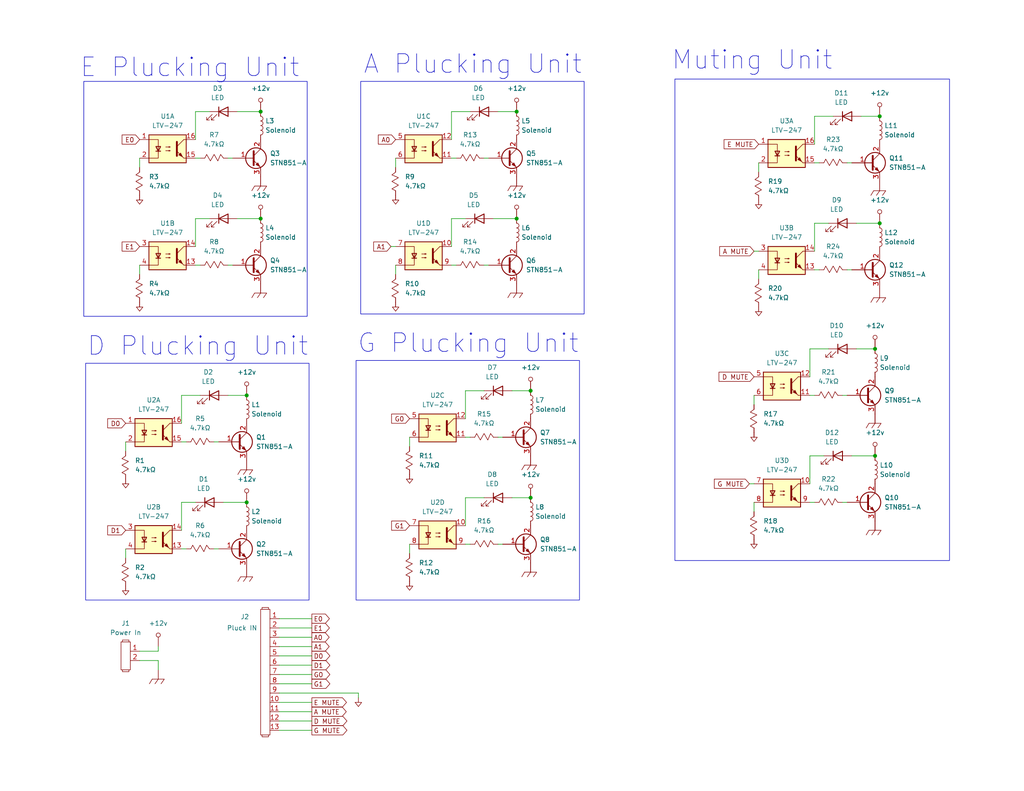
<source format=kicad_sch>
(kicad_sch (version 20250114) (generator "eeschema") (generator_version "9.0")
  (paper "A")
  (title_block (title "Smaller Breakout") (date "2025-03-11") (rev "A"))
  (lib_symbols
    (symbol "Custom Power:+12v" (power) (pin_numbers (hide yes)) (pin_names (hide yes)) (in_bom no) (on_board no)
      (property "Value" "+12v" (at 0 3.81 0))
      (symbol "+12v_0_1"
        (circle (center 0 1.8796) (radius 0.5611))
      )
      (symbol "+12v_1_1"
        (pin power_in line (at 0 -1.27 90) (length 2.54) (name "+12v") (number "~"))
      )
    )
    (symbol "Custom Power:Chassis_GND" (power) (pin_numbers (hide yes)) (pin_names (hide yes)) (in_bom no) (on_board no)
      (symbol "Chassis_GND_0_1"
        (polyline (pts (xy -1.651 -2.54) (xy -2.413 -3.81)))
        (polyline (pts (xy -1.651 -2.54) (xy 1.651 -2.54) (xy 0.762 -3.81)))
        (polyline (pts (xy 0 -2.54) (xy -0.889 -3.81)))
      )
      (symbol "Chassis_GND_1_1"
        (pin power_in line (at 0 0 270) (length 2.54) (name "Chassis_GND") (number "1"))
      )
    )
    (symbol "Custom Power:GND" (power) (pin_numbers (hide yes)) (pin_names (hide yes)) (in_bom no) (on_board no)
      (symbol "GND_0_1"
        (polyline (pts (xy -0.889 -1.27) (xy 0.889 -1.27) (xy 0 -2.413) (xy -0.889 -1.27)))
      )
      (symbol "GND_1_1"
        (pin power_in line (at 0 0 270) (length 1.27) (name "GND") (number "~"))
      )
    )
    (symbol "Custom Symbols:Resistor_Mod" (pin_numbers (hide yes)) (pin_names (offset 0) (hide yes))
      (property "Reference" "R" (at 0 4.318 0))
      (property "Value" "ValueΩ" (at 0 2.54 0))
      (symbol "Resistor_Mod_0_1"
        (polyline (pts (xy -2.54 0) (xy -2.032 1.016) (xy -1.016 -0.762) (xy 0 1.016) (xy 1.016 -0.762) (xy 1.778 1.016) (xy 2.54 0)))
      )
      (symbol "Resistor_Mod_1_1"
        (pin passive line (at -3.81 0 0) (length 1.27) (name "1") (number "1"))
        (pin passive line (at 3.81 0 180) (length 1.27) (name "2") (number "2"))
      )
    )
    (symbol "Device:L" (pin_numbers (hide yes)) (pin_names (offset 1.016) (hide yes))
      (property "Reference" "L" (at -1.27 0 90))
      (property "Value" "L" (at 1.905 0 90))
      (symbol "L_0_1"
        (arc (start 0 2.54) (mid 0.6323 1.905) (end 0 1.27))
        (arc (start 0 1.27) (mid 0.6323 0.635) (end 0 0))
        (arc (start 0 0) (mid 0.6323 -0.635) (end 0 -1.27))
        (arc (start 0 -1.27) (mid 0.6323 -1.905) (end 0 -2.54))
      )
      (symbol "L_1_1"
        (pin passive line (at 0 3.81 270) (length 1.27) (name "1") (number "1"))
        (pin passive line (at 0 -3.81 90) (length 1.27) (name "2") (number "2"))
      )
    )
    (symbol "Device:LED" (pin_numbers (hide yes)) (pin_names (offset 1.016) (hide yes))
      (property "Reference" "D" (at 0 2.54 0))
      (property "Value" "LED" (at 0 -2.54 0))
      (symbol "LED_0_1"
        (polyline (pts (xy -3.048 -0.762) (xy -4.572 -2.286) (xy -3.81 -2.286) (xy -4.572 -2.286) (xy -4.572 -1.524)))
        (polyline (pts (xy -1.778 -0.762) (xy -3.302 -2.286) (xy -2.54 -2.286) (xy -3.302 -2.286) (xy -3.302 -1.524)))
        (polyline (pts (xy -1.27 0) (xy 1.27 0)))
        (polyline (pts (xy -1.27 -1.27) (xy -1.27 1.27)) (stroke (width 0.254)))
        (polyline (pts (xy 1.27 -1.27) (xy 1.27 1.27) (xy -1.27 0) (xy 1.27 -1.27)) (stroke (width 0.254)))
      )
      (symbol "LED_1_1"
        (pin passive line (at -3.81 0 0) (length 2.54) (name "K") (number "1"))
        (pin passive line (at 3.81 0 180) (length 2.54) (name "A") (number "2"))
      )
    )
    (symbol "Device:Q_NPN_BCE" (pin_names (offset 0) (hide yes))
      (property "Reference" "Q" (at 5.08 1.27 0))
      (property "Value" "Q_NPN_BCE" (at 5.08 -1.27 0))
      (symbol "Q_NPN_BCE_0_1"
        (polyline (pts (xy 0.635 1.905) (xy 0.635 -1.905) (xy 0.635 -1.905)) (stroke (width 0.508)))
        (polyline (pts (xy 0.635 0.635) (xy 2.54 2.54)))
        (polyline (pts (xy 0.635 -0.635) (xy 2.54 -2.54) (xy 2.54 -2.54)))
        (circle (center 1.27 0) (radius 2.8194) (stroke (width 0.254)))
        (polyline (pts (xy 1.27 -1.778) (xy 1.778 -1.27) (xy 2.286 -2.286) (xy 1.27 -1.778) (xy 1.27 -1.778)) (fill (type outline)))
      )
      (symbol "Q_NPN_BCE_1_1"
        (pin input line (at -5.08 0 0) (length 5.715) (name "B") (number "1"))
        (pin passive line (at 2.54 5.08 270) (length 2.54) (name "C") (number "2"))
        (pin passive line (at 2.54 -5.08 90) (length 2.54) (name "E") (number "3"))
      )
    )
    (symbol "Isolator:LTV-247"
      (property "Reference" "U" (at -5.08 5.08 0))
      (property "Value" "LTV-247" (at 0 5.08 0))
      (symbol "LTV-247_0_1"
        (rectangle (start -5.08 3.81) (end 5.08 -3.81) (stroke (width 0.254)) (fill (type background)))
        (polyline (pts (xy -5.08 2.54) (xy -2.54 2.54) (xy -2.54 -1.27) (xy -2.54 0.635)))
        (polyline (pts (xy -3.175 -0.635) (xy -1.905 -0.635)) (stroke (width 0.254)))
        (polyline (pts (xy -2.54 -0.635) (xy -2.54 -2.54) (xy -5.08 -2.54)))
        (polyline (pts (xy -2.54 -0.635) (xy -3.175 0.635) (xy -1.905 0.635) (xy -2.54 -0.635)) (stroke (width 0.254)))
        (polyline (pts (xy -0.508 0.508) (xy 0.762 0.508) (xy 0.381 0.381) (xy 0.381 0.635) (xy 0.762 0.508)))
        (polyline (pts (xy -0.508 -0.508) (xy 0.762 -0.508) (xy 0.381 -0.635) (xy 0.381 -0.381) (xy 0.762 -0.508)))
        (polyline (pts (xy 2.54 1.905) (xy 2.54 -1.905) (xy 2.54 -1.905)) (stroke (width 0.508)))
        (polyline (pts (xy 2.54 0.635) (xy 4.445 2.54)))
        (polyline (pts (xy 3.048 -1.651) (xy 3.556 -1.143) (xy 4.064 -2.159) (xy 3.048 -1.651) (xy 3.048 -1.651)) (fill (type outline)))
        (polyline (pts (xy 4.445 2.54) (xy 5.08 2.54)))
        (polyline (pts (xy 4.445 -2.54) (xy 2.54 -0.635)) (fill (type outline)))
        (polyline (pts (xy 4.445 -2.54) (xy 5.08 -2.54)))
      )
      (symbol "LTV-247_1_1"
        (pin passive line (at -7.62 2.54 0) (length 2.54) (name "~") (number "1"))
        (pin passive line (at -7.62 -2.54 0) (length 2.54) (name "~") (number "2"))
        (pin passive line (at 7.62 2.54 180) (length 2.54) (name "~") (number "16"))
        (pin passive line (at 7.62 -2.54 180) (length 2.54) (name "~") (number "15"))
      )
      (symbol "LTV-247_2_1"
        (pin passive line (at -7.62 2.54 0) (length 2.54) (name "~") (number "3"))
        (pin passive line (at -7.62 -2.54 0) (length 2.54) (name "~") (number "4"))
        (pin passive line (at 7.62 2.54 180) (length 2.54) (name "~") (number "14"))
        (pin passive line (at 7.62 -2.54 180) (length 2.54) (name "~") (number "13"))
      )
      (symbol "LTV-247_3_1"
        (pin passive line (at -7.62 2.54 0) (length 2.54) (name "~") (number "5"))
        (pin passive line (at -7.62 -2.54 0) (length 2.54) (name "~") (number "6"))
        (pin passive line (at 7.62 2.54 180) (length 2.54) (name "~") (number "12"))
        (pin passive line (at 7.62 -2.54 180) (length 2.54) (name "~") (number "11"))
      )
      (symbol "LTV-247_4_1"
        (pin passive line (at -7.62 2.54 0) (length 2.54) (name "~") (number "7"))
        (pin passive line (at -7.62 -2.54 0) (length 2.54) (name "~") (number "8"))
        (pin passive line (at 7.62 2.54 180) (length 2.54) (name "~") (number "10"))
        (pin passive line (at 7.62 -2.54 180) (length 2.54) (name "~") (number "9"))
      )
    )
    (symbol "OF symbols:Header_1x2" (pin_names (hide yes))
      (property "Reference" "J" (at -7.62 -1.27 0))
      (property "Value" "?" (at -7.62 -3.81 0))
      (symbol "Header_1x2_0_1"
        (rectangle (start -5.08 2.54) (end -2.54 -5.08))
        (polyline (pts (xy -4.699 2.54) (xy -4.699 3.048) (xy -2.921 3.048) (xy -2.921 2.54)))
        (polyline (pts (xy -4.699 -5.08) (xy -4.699 -5.588) (xy -2.921 -5.588) (xy -2.921 -5.08)))
      )
      (symbol "Header_1x2_1_1"
        (pin passive line (at 0 0 180) (length 2.54) (name "1") (number "1"))
        (pin passive line (at 0 -2.54 180) (length 2.54) (name "2") (number "2"))
      )
    )
    (symbol "Owen's Symbols:Header_1x13" (pin_names (hide yes))
      (property "Reference" "J" (at -8.89 -3.81 0))
      (property "Value" "?" (at -8.89 -6.35 0))
      (symbol "Header_1x13_0_1"
        (rectangle (start -5.08 2.54) (end -2.54 -31.75))
        (polyline (pts (xy -4.699 2.54) (xy -4.699 3.048) (xy -2.921 3.048) (xy -2.921 2.54)))
        (polyline (pts (xy -4.699 -31.75) (xy -4.699 -32.258) (xy -2.921 -32.258) (xy -2.921 -31.75)))
      )
      (symbol "Header_1x13_1_1"
        (pin passive line (at 0 0 180) (length 2.54) (name "1") (number "1"))
        (pin passive line (at 0 -2.54 180) (length 2.54) (name "2") (number "2"))
        (pin passive line (at 0 -5.08 180) (length 2.54) (name "3") (number "3"))
        (pin passive line (at 0 -7.62 180) (length 2.54) (name "4") (number "4"))
        (pin passive line (at 0 -10.16 180) (length 2.54) (name "5") (number "5"))
        (pin passive line (at 0 -12.7 180) (length 2.54) (name "6") (number "6"))
        (pin passive line (at 0 -15.24 180) (length 2.54) (name "7") (number "7"))
        (pin passive line (at 0 -17.78 180) (length 2.54) (name "8") (number "8"))
        (pin passive line (at 0 -20.32 180) (length 2.54) (name "9") (number "9"))
        (pin passive line (at 0 -22.86 180) (length 2.54) (name "10") (number "10"))
        (pin passive line (at 0 -25.4 180) (length 2.54) (name "11") (number "11"))
        (pin passive line (at 0 -27.94 180) (length 2.54) (name "12") (number "12"))
        (pin passive line (at 0 -30.48 180) (length 2.54) (name "13") (number "13"))
      )
    )
  )
  (rectangle (start 23.368 99.187) (end 84.328 163.83))
  (rectangle (start 22.86 22.225) (end 83.82 86.36))
  (rectangle (start 184.15 21.59) (end 259.08 153.035))
  (rectangle (start 98.425 22.225) (end 159.385 85.725))
  (rectangle (start 97.155 98.425) (end 158.115 163.83))
  (text "Muting Unit" (at 205.232 16.51 0) (effects (font (size 5.08 5.08))))
  (text "G Plucking Unit" (at 127.762 93.853 0) (effects (font (size 5.08 5.08))))
  (text "D Plucking Unit" (at 53.975 94.615 0) (effects (font (size 5.08 5.08))))
  (text "E Plucking Unit" (at 51.816 18.542 0) (effects (font (size 5.08 5.08))))
  (text "A Plucking Unit" (at 129.032 17.653 0) (effects (font (size 5.08 5.08))))
  (junction (at 71.12 30.48))
  (junction (at 144.78 135.89))
  (junction (at 240.03 60.96))
  (junction (at 238.76 95.25))
  (junction (at 240.03 31.75))
  (junction (at 71.12 59.69))
  (junction (at 67.31 107.95))
  (junction (at 140.97 59.69))
  (junction (at 238.76 124.46))
  (junction (at 144.78 106.68))
  (junction (at 67.31 137.16))
  (junction (at 140.97 30.48))
  (wire (pts (xy 220.98 124.46) (xy 224.79 124.46)))
  (wire (pts (xy 132.08 135.89) (xy 127 135.89)))
  (wire (pts (xy 134.62 59.69) (xy 140.97 59.69)))
  (wire (pts (xy 62.23 72.39) (xy 63.5 72.39)))
  (wire (pts (xy 49.53 137.16) (xy 53.34 137.16)))
  (wire (pts (xy 53.34 59.69) (xy 53.34 67.31)))
  (wire (pts (xy 234.95 31.75) (xy 240.03 31.75)))
  (wire (pts (xy 207.01 73.66) (xy 207.01 76.2)))
  (wire (pts (xy 107.95 67.31) (xy 106.68 67.31)))
  (wire (pts (xy 57.15 30.48) (xy 53.34 30.48)))
  (wire (pts (xy 231.14 73.66) (xy 232.41 73.66)))
  (wire (pts (xy 76.2 196.85) (xy 85.09 196.85)))
  (wire (pts (xy 229.87 107.95) (xy 231.14 107.95)))
  (wire (pts (xy 205.74 132.08) (xy 204.47 132.08)))
  (wire (pts (xy 123.19 30.48) (xy 128.27 30.48)))
  (wire (pts (xy 38.1 180.34) (xy 43.18 180.34)))
  (wire (pts (xy 135.89 148.59) (xy 137.16 148.59)))
  (wire (pts (xy 123.19 38.1) (xy 123.19 30.48)))
  (wire (pts (xy 111.76 148.59) (xy 111.76 151.13)))
  (wire (pts (xy 64.77 59.69) (xy 71.12 59.69)))
  (wire (pts (xy 132.08 43.18) (xy 133.35 43.18)))
  (wire (pts (xy 222.25 39.37) (xy 222.25 31.75)))
  (wire (pts (xy 139.7 106.68) (xy 144.78 106.68)))
  (wire (pts (xy 220.98 132.08) (xy 220.98 124.46)))
  (wire (pts (xy 97.79 190.5) (xy 97.79 189.23)))
  (wire (pts (xy 220.98 102.87) (xy 220.98 95.25)))
  (wire (pts (xy 223.52 44.45) (xy 222.25 44.45)))
  (wire (pts (xy 38.1 177.8) (xy 43.18 177.8)))
  (wire (pts (xy 124.46 43.18) (xy 123.19 43.18)))
  (wire (pts (xy 62.23 43.18) (xy 63.5 43.18)))
  (wire (pts (xy 76.2 173.99) (xy 85.09 173.99)))
  (wire (pts (xy 207.01 68.58) (xy 205.74 68.58)))
  (wire (pts (xy 49.53 144.78) (xy 49.53 137.16)))
  (wire (pts (xy 132.08 72.39) (xy 133.35 72.39)))
  (wire (pts (xy 124.46 72.39) (xy 123.19 72.39)))
  (wire (pts (xy 76.2 171.45) (xy 85.09 171.45)))
  (wire (pts (xy 57.15 59.69) (xy 53.34 59.69)))
  (wire (pts (xy 205.74 107.95) (xy 205.74 110.49)))
  (wire (pts (xy 205.74 137.16) (xy 205.74 139.7)))
  (wire (pts (xy 76.2 194.31) (xy 85.09 194.31)))
  (wire (pts (xy 223.52 73.66) (xy 222.25 73.66)))
  (wire (pts (xy 222.25 31.75) (xy 227.33 31.75)))
  (wire (pts (xy 76.2 199.39) (xy 85.09 199.39)))
  (wire (pts (xy 222.25 60.96) (xy 226.06 60.96)))
  (wire (pts (xy 220.98 95.25) (xy 226.06 95.25)))
  (wire (pts (xy 127 135.89) (xy 127 143.51)))
  (wire (pts (xy 54.61 43.18) (xy 53.34 43.18)))
  (wire (pts (xy 132.08 106.68) (xy 127 106.68)))
  (wire (pts (xy 43.18 177.8) (xy 43.18 176.53)))
  (wire (pts (xy 233.68 95.25) (xy 238.76 95.25)))
  (wire (pts (xy 127 106.68) (xy 127 114.3)))
  (wire (pts (xy 222.25 68.58) (xy 222.25 60.96)))
  (wire (pts (xy 128.27 148.59) (xy 127 148.59)))
  (wire (pts (xy 38.1 43.18) (xy 38.1 45.72)))
  (wire (pts (xy 135.89 119.38) (xy 137.16 119.38)))
  (wire (pts (xy 107.95 72.39) (xy 107.95 74.93)))
  (wire (pts (xy 76.2 181.61) (xy 85.09 181.61)))
  (wire (pts (xy 107.95 43.18) (xy 107.95 45.72)))
  (wire (pts (xy 34.29 120.65) (xy 34.29 123.19)))
  (wire (pts (xy 222.25 107.95) (xy 220.98 107.95)))
  (wire (pts (xy 76.2 184.15) (xy 85.09 184.15)))
  (wire (pts (xy 231.14 44.45) (xy 232.41 44.45)))
  (wire (pts (xy 139.7 135.89) (xy 144.78 135.89)))
  (wire (pts (xy 60.96 137.16) (xy 67.31 137.16)))
  (wire (pts (xy 76.2 186.69) (xy 85.09 186.69)))
  (wire (pts (xy 54.61 107.95) (xy 49.53 107.95)))
  (wire (pts (xy 53.34 30.48) (xy 53.34 38.1)))
  (wire (pts (xy 123.19 59.69) (xy 127 59.69)))
  (wire (pts (xy 76.2 179.07) (xy 85.09 179.07)))
  (wire (pts (xy 38.1 72.39) (xy 38.1 74.93)))
  (wire (pts (xy 50.8 149.86) (xy 49.53 149.86)))
  (wire (pts (xy 50.8 120.65) (xy 49.53 120.65)))
  (wire (pts (xy 229.87 137.16) (xy 231.14 137.16)))
  (wire (pts (xy 64.77 30.48) (xy 71.12 30.48)))
  (wire (pts (xy 43.18 180.34) (xy 43.18 182.88)))
  (wire (pts (xy 232.41 124.46) (xy 238.76 124.46)))
  (wire (pts (xy 34.29 149.86) (xy 34.29 152.4)))
  (wire (pts (xy 58.42 149.86) (xy 59.69 149.86)))
  (wire (pts (xy 233.68 60.96) (xy 240.03 60.96)))
  (wire (pts (xy 49.53 107.95) (xy 49.53 115.57)))
  (wire (pts (xy 128.27 119.38) (xy 127 119.38)))
  (wire (pts (xy 58.42 120.65) (xy 59.69 120.65)))
  (wire (pts (xy 123.19 67.31) (xy 123.19 59.69)))
  (wire (pts (xy 207.01 44.45) (xy 207.01 46.99)))
  (wire (pts (xy 62.23 107.95) (xy 67.31 107.95)))
  (wire (pts (xy 111.76 119.38) (xy 111.76 121.92)))
  (wire (pts (xy 54.61 72.39) (xy 53.34 72.39)))
  (wire (pts (xy 76.2 191.77) (xy 85.09 191.77)))
  (wire (pts (xy 76.2 168.91) (xy 85.09 168.91)))
  (wire (pts (xy 222.25 137.16) (xy 220.98 137.16)))
  (wire (pts (xy 76.2 176.53) (xy 85.09 176.53)))
  (wire (pts (xy 76.2 189.23) (xy 97.79 189.23)))
  (wire (pts (xy 135.89 30.48) (xy 140.97 30.48)))
  (global_label "A MUTE" (shape input) (at 205.74 68.58 180) (property "Intersheetrefs" "${INTERSHEET_REFS}" (effects (hide yes))))
  (global_label "E0" (shape output) (at 85.09 168.91 0) (property "Intersheetrefs" "${INTERSHEET_REFS}" (effects (hide yes))))
  (global_label "G0" (shape input) (at 111.76 114.3 180) (property "Intersheetrefs" "${INTERSHEET_REFS}" (effects (hide yes))))
  (global_label "A1" (shape input) (at 106.68 67.31 180) (property "Intersheetrefs" "${INTERSHEET_REFS}" (effects (hide yes))))
  (global_label "D1" (shape input) (at 34.29 144.78 180) (property "Intersheetrefs" "${INTERSHEET_REFS}" (effects (hide yes))))
  (global_label "A0" (shape input) (at 107.95 38.1 180) (property "Intersheetrefs" "${INTERSHEET_REFS}" (effects (hide yes))))
  (global_label "A1" (shape output) (at 85.09 176.53 0) (property "Intersheetrefs" "${INTERSHEET_REFS}" (effects (hide yes))))
  (global_label "E MUTE" (shape input) (at 207.01 39.37 180) (property "Intersheetrefs" "${INTERSHEET_REFS}" (effects (hide yes))))
  (global_label "E0" (shape input) (at 38.1 38.1 180) (property "Intersheetrefs" "${INTERSHEET_REFS}" (effects (hide yes))))
  (global_label "E MUTE" (shape output) (at 85.09 191.77 0) (property "Intersheetrefs" "${INTERSHEET_REFS}" (effects (hide yes))))
  (global_label "D1" (shape output) (at 85.09 181.61 0) (property "Intersheetrefs" "${INTERSHEET_REFS}" (effects (hide yes))))
  (global_label "G1" (shape output) (at 85.09 186.69 0) (property "Intersheetrefs" "${INTERSHEET_REFS}" (effects (hide yes))))
  (global_label "G0" (shape output) (at 85.09 184.15 0) (property "Intersheetrefs" "${INTERSHEET_REFS}" (effects (hide yes))))
  (global_label "D MUTE" (shape output) (at 85.09 196.85 0) (property "Intersheetrefs" "${INTERSHEET_REFS}" (effects (hide yes))))
  (global_label "E1" (shape output) (at 85.09 171.45 0) (property "Intersheetrefs" "${INTERSHEET_REFS}" (effects (hide yes))))
  (global_label "G1" (shape input) (at 111.76 143.51 180) (property "Intersheetrefs" "${INTERSHEET_REFS}" (effects (hide yes))))
  (global_label "G MUTE" (shape output) (at 85.09 199.39 0) (property "Intersheetrefs" "${INTERSHEET_REFS}" (effects (hide yes))))
  (global_label "D0" (shape output) (at 85.09 179.07 0) (property "Intersheetrefs" "${INTERSHEET_REFS}" (effects (hide yes))))
  (global_label "D0" (shape input) (at 34.29 115.57 180) (property "Intersheetrefs" "${INTERSHEET_REFS}" (effects (hide yes))))
  (global_label "G MUTE" (shape input) (at 204.47 132.08 180) (property "Intersheetrefs" "${INTERSHEET_REFS}" (effects (hide yes))))
  (global_label "E1" (shape input) (at 38.1 67.31 180) (property "Intersheetrefs" "${INTERSHEET_REFS}" (effects (hide yes))))
  (global_label "A0" (shape output) (at 85.09 173.99 0) (property "Intersheetrefs" "${INTERSHEET_REFS}" (effects (hide yes))))
  (global_label "D MUTE" (shape input) (at 205.74 102.87 180) (property "Intersheetrefs" "${INTERSHEET_REFS}" (effects (hide yes))))
  (global_label "A MUTE" (shape output) (at 85.09 194.31 0) (property "Intersheetrefs" "${INTERSHEET_REFS}" (effects (hide yes))))
  (symbol (lib_id "Device:LED") (at 135.89 106.68 0) (unit 1)
    (property "Reference" "D7" (at 134.3025 100.33 0))
    (property "Value" "LED" (at 134.3025 102.87 0))
    (property "Footprint" "LED_SMD:LED_0805_2012Metric_Pad1.15x1.40mm_HandSolder" (effects (hide yes)))
    (property "Description" "Light emitting diode" (effects (hide yes)))
    (property "Sim.Pins" "1=K 2=A" (effects (hide yes)))
  )
  (symbol (lib_id "Isolator:LTV-247") (at 214.63 71.12 0) (unit 2)
    (property "Reference" "U3" (at 214.63 62.23 0))
    (property "Value" "LTV-247" (at 214.63 64.77 0))
    (property "Footprint" "Package_SO:SOP-16_4.4x10.4mm_P1.27mm" (effects (hide yes)))
    (property "Datasheet" "http://optoelectronics.liteon.com/upload/download/DS70-2009-0014/LTV-2X7%20sereis%20Mar17.PDF" (effects (hide yes)))
    (property "Description" "DC Quad Optocoupler, Vce 80V, CTR 100-600%, SOP-16" (effects (hide yes)))
  )
  (symbol (lib_id "Isolator:LTV-247") (at 41.91 147.32 0) (unit 2)
    (property "Reference" "U2" (at 41.91 138.43 0))
    (property "Value" "LTV-247" (at 41.91 140.97 0))
    (property "Footprint" "Package_SO:SOP-16_4.4x10.4mm_P1.27mm" (effects (hide yes)))
    (property "Datasheet" "http://optoelectronics.liteon.com/upload/download/DS70-2009-0014/LTV-2X7%20sereis%20Mar17.PDF" (effects (hide yes)))
    (property "Description" "DC Quad Optocoupler, Vce 80V, CTR 100-600%, SOP-16" (effects (hide yes)))
  )
  (symbol (lib_id "Custom Power:Chassis_GND") (at 240.03 49.53 0) (unit 1) (in_bom no) (on_board no)
    (property "Reference" "#PWR037" (effects (hide yes)))
    (property "Value" "Chassis_GND" (effects (hide yes)))
  )
  (symbol (lib_id "Custom Symbols:Resistor_Mod") (at 227.33 73.66 0) (unit 1)
    (property "Reference" "R24" (at 227.33 67.31 0))
    (property "Value" "4.7kΩ" (at 227.33 69.85 0))
    (property "Footprint" "Resistor_SMD:R_0805_2012Metric_Pad1.20x1.40mm_HandSolder" (effects (hide yes)))
  )
  (symbol (lib_id "Custom Power:GND") (at 107.95 82.55 0) (unit 1) (in_bom no) (on_board no)
    (property "Reference" "#PWR017" (effects (hide yes)))
    (property "Value" "GND" (effects (hide yes)))
  )
  (symbol (lib_id "Custom Power:GND") (at 38.1 82.55 0) (unit 1) (in_bom no) (on_board no)
    (property "Reference" "#PWR04" (effects (hide yes)))
    (property "Value" "GND" (effects (hide yes)))
  )
  (symbol (lib_id "Isolator:LTV-247") (at 214.63 41.91 0) (unit 1)
    (property "Reference" "U3" (at 214.63 33.02 0))
    (property "Value" "LTV-247" (at 214.63 35.56 0))
    (property "Footprint" "Package_SO:SOP-16_4.4x10.4mm_P1.27mm" (effects (hide yes)))
    (property "Datasheet" "http://optoelectronics.liteon.com/upload/download/DS70-2009-0014/LTV-2X7%20sereis%20Mar17.PDF" (effects (hide yes)))
    (property "Description" "DC Quad Optocoupler, Vce 80V, CTR 100-600%, SOP-16" (effects (hide yes)))
  )
  (symbol (lib_id "Custom Power:Chassis_GND") (at 71.12 77.47 0) (unit 1) (in_bom no) (on_board no)
    (property "Reference" "#PWR014" (effects (hide yes)))
    (property "Value" "Chassis_GND" (effects (hide yes)))
  )
  (symbol (lib_id "Device:LED") (at 132.08 30.48 0) (unit 1)
    (property "Reference" "D6" (at 130.4925 24.13 0))
    (property "Value" "LED" (at 130.4925 26.67 0))
    (property "Footprint" "LED_SMD:LED_0805_2012Metric_Pad1.15x1.40mm_HandSolder" (effects (hide yes)))
    (property "Description" "Light emitting diode" (effects (hide yes)))
    (property "Sim.Pins" "1=K 2=A" (effects (hide yes)))
  )
  (symbol (lib_id "Custom Symbols:Resistor_Mod") (at 54.61 120.65 0) (unit 1)
    (property "Reference" "R5" (at 54.61 114.3 0))
    (property "Value" "4.7kΩ" (at 54.61 116.84 0))
    (property "Footprint" "Resistor_SMD:R_0805_2012Metric_Pad1.20x1.40mm_HandSolder" (effects (hide yes)))
  )
  (symbol (lib_id "Device:LED") (at 229.87 95.25 0) (unit 1)
    (property "Reference" "D10" (at 228.2825 88.9 0))
    (property "Value" "LED" (at 228.2825 91.44 0))
    (property "Footprint" "LED_SMD:LED_0805_2012Metric_Pad1.15x1.40mm_HandSolder" (effects (hide yes)))
    (property "Description" "Light emitting diode" (effects (hide yes)))
    (property "Sim.Pins" "1=K 2=A" (effects (hide yes)))
  )
  (symbol (lib_id "Custom Symbols:Resistor_Mod") (at 111.76 125.73 90) (unit 1)
    (property "Reference" "R11" (at 114.3 124.4599 90) (effects (justify right)))
    (property "Value" "4.7kΩ" (at 114.3 126.9999 90) (effects (justify right)))
    (property "Footprint" "Resistor_SMD:R_0805_2012Metric_Pad1.20x1.40mm_HandSolder" (effects (hide yes)))
  )
  (symbol (lib_id "Custom Power:+12v") (at 67.31 135.89 0) (unit 1) (in_bom no) (on_board no)
    (property "Reference" "#PWR09" (effects (hide yes)))
    (property "Value" "+12v" (at 67.31 130.81 0))
  )
  (symbol (lib_id "Device:L") (at 67.31 140.97 0) (unit 1)
    (property "Reference" "L2" (at 68.58 139.6999 0) (effects (justify left)))
    (property "Value" "Solenoid" (at 68.58 142.2399 0) (effects (justify left)))
    (property "Footprint" "Connector_PinHeader_2.54mm:PinHeader_1x02_P2.54mm_Vertical" (effects (hide yes)))
    (property "Description" "Inductor" (effects (hide yes)))
  )
  (symbol (lib_id "Custom Symbols:Resistor_Mod") (at 128.27 72.39 0) (unit 1)
    (property "Reference" "R14" (at 128.27 66.04 0))
    (property "Value" "4.7kΩ" (at 128.27 68.58 0))
    (property "Footprint" "Resistor_SMD:R_0805_2012Metric_Pad1.20x1.40mm_HandSolder" (effects (hide yes)))
  )
  (symbol (lib_id "Custom Power:Chassis_GND") (at 67.31 125.73 0) (unit 1) (in_bom no) (on_board no)
    (property "Reference" "#PWR08" (effects (hide yes)))
    (property "Value" "Chassis_GND" (effects (hide yes)))
  )
  (symbol (lib_id "Device:L") (at 144.78 110.49 0) (unit 1)
    (property "Reference" "L7" (at 146.05 109.2199 0) (effects (justify left)))
    (property "Value" "Solenoid" (at 146.05 111.7599 0) (effects (justify left)))
    (property "Footprint" "Connector_PinHeader_2.54mm:PinHeader_1x02_P2.54mm_Vertical" (effects (hide yes)))
    (property "Description" "Inductor" (effects (hide yes)))
  )
  (symbol (lib_id "Device:L") (at 238.76 128.27 0) (unit 1)
    (property "Reference" "L10" (at 240.03 126.9999 0) (effects (justify left)))
    (property "Value" "Solenoid" (at 240.03 129.5399 0) (effects (justify left)))
    (property "Footprint" "Connector_PinHeader_2.54mm:PinHeader_1x02_P2.54mm_Vertical" (effects (hide yes)))
    (property "Description" "Inductor" (effects (hide yes)))
  )
  (symbol (lib_id "Device:L") (at 71.12 34.29 0) (unit 1)
    (property "Reference" "L3" (at 72.39 33.0199 0) (effects (justify left)))
    (property "Value" "Solenoid" (at 72.39 35.5599 0) (effects (justify left)))
    (property "Footprint" "Connector_PinHeader_2.54mm:PinHeader_1x02_P2.54mm_Vertical" (effects (hide yes)))
    (property "Description" "Inductor" (effects (hide yes)))
  )
  (symbol (lib_id "Device:Q_NPN_BCE") (at 236.22 107.95 0) (unit 1)
    (property "Reference" "Q9" (at 241.3 106.6799 0) (effects (justify left)))
    (property "Value" "STN851-A" (at 241.3 109.2199 0) (effects (justify left)))
    (property "Footprint" "Package_TO_SOT_SMD:SOT-223-3_TabPin2" (effects (hide yes)))
    (property "Description" "NPN transistor, base/collector/emitter" (effects (hide yes)))
  )
  (symbol (lib_id "Device:Q_NPN_BCE") (at 138.43 72.39 0) (unit 1)
    (property "Reference" "Q6" (at 143.51 71.1199 0) (effects (justify left)))
    (property "Value" "STN851-A" (at 143.51 73.6599 0) (effects (justify left)))
    (property "Footprint" "Package_TO_SOT_SMD:SOT-223-3_TabPin2" (effects (hide yes)))
    (property "Description" "NPN transistor, base/collector/emitter" (effects (hide yes)))
  )
  (symbol (lib_id "Device:Q_NPN_BCE") (at 64.77 120.65 0) (unit 1)
    (property "Reference" "Q1" (at 69.85 119.3799 0) (effects (justify left)))
    (property "Value" "STN851-A" (at 69.85 121.9199 0) (effects (justify left)))
    (property "Footprint" "Package_TO_SOT_SMD:SOT-223-3_TabPin2" (effects (hide yes)))
    (property "Description" "NPN transistor, base/collector/emitter" (effects (hide yes)))
  )
  (symbol (lib_id "Custom Symbols:Resistor_Mod") (at 107.95 49.53 90) (unit 1)
    (property "Reference" "R9" (at 110.49 48.2599 90) (effects (justify right)))
    (property "Value" "4.7kΩ" (at 110.49 50.7999 90) (effects (justify right)))
    (property "Footprint" "Resistor_SMD:R_0805_2012Metric_Pad1.20x1.40mm_HandSolder" (effects (hide yes)))
  )
  (symbol (lib_id "Custom Power:Chassis_GND") (at 71.12 48.26 0) (unit 1) (in_bom no) (on_board no)
    (property "Reference" "#PWR012" (effects (hide yes)))
    (property "Value" "Chassis_GND" (effects (hide yes)))
  )
  (symbol (lib_id "Device:L") (at 240.03 35.56 0) (unit 1)
    (property "Reference" "L11" (at 241.3 34.2899 0) (effects (justify left)))
    (property "Value" "Solenoid" (at 241.3 36.8299 0) (effects (justify left)))
    (property "Footprint" "Connector_PinHeader_2.54mm:PinHeader_1x02_P2.54mm_Vertical" (effects (hide yes)))
    (property "Description" "Inductor" (effects (hide yes)))
  )
  (symbol (lib_id "Custom Symbols:Resistor_Mod") (at 205.74 143.51 90) (unit 1)
    (property "Reference" "R18" (at 208.28 142.2399 90) (effects (justify right)))
    (property "Value" "4.7kΩ" (at 208.28 144.7799 90) (effects (justify right)))
    (property "Footprint" "Resistor_SMD:R_0805_2012Metric_Pad1.20x1.40mm_HandSolder" (effects (hide yes)))
  )
  (symbol (lib_id "Custom Power:+12v") (at 140.97 58.42 0) (unit 1) (in_bom no) (on_board no)
    (property "Reference" "#PWR022" (effects (hide yes)))
    (property "Value" "+12v" (at 140.97 53.34 0))
  )
  (symbol (lib_id "Custom Symbols:Resistor_Mod") (at 111.76 154.94 90) (unit 1)
    (property "Reference" "R12" (at 114.3 153.6699 90) (effects (justify right)))
    (property "Value" "4.7kΩ" (at 114.3 156.2099 90) (effects (justify right)))
    (property "Footprint" "Resistor_SMD:R_0805_2012Metric_Pad1.20x1.40mm_HandSolder" (effects (hide yes)))
  )
  (symbol (lib_id "Custom Symbols:Resistor_Mod") (at 34.29 127 90) (unit 1)
    (property "Reference" "R1" (at 36.83 125.7299 90) (effects (justify right)))
    (property "Value" "4.7kΩ" (at 36.83 128.2699 90) (effects (justify right)))
    (property "Footprint" "Resistor_SMD:R_0805_2012Metric_Pad1.20x1.40mm_HandSolder" (effects (hide yes)))
  )
  (symbol (lib_id "Custom Symbols:Resistor_Mod") (at 58.42 43.18 0) (unit 1)
    (property "Reference" "R7" (at 58.42 36.83 0))
    (property "Value" "4.7kΩ" (at 58.42 39.37 0))
    (property "Footprint" "Resistor_SMD:R_0805_2012Metric_Pad1.20x1.40mm_HandSolder" (effects (hide yes)))
  )
  (symbol (lib_id "Device:LED") (at 228.6 124.46 0) (unit 1)
    (property "Reference" "D12" (at 227.0125 118.11 0))
    (property "Value" "LED" (at 227.0125 120.65 0))
    (property "Footprint" "LED_SMD:LED_0805_2012Metric_Pad1.15x1.40mm_HandSolder" (effects (hide yes)))
    (property "Description" "Light emitting diode" (effects (hide yes)))
    (property "Sim.Pins" "1=K 2=A" (effects (hide yes)))
  )
  (symbol (lib_id "Device:LED") (at 60.96 30.48 0) (unit 1)
    (property "Reference" "D3" (at 59.3725 24.13 0))
    (property "Value" "LED" (at 59.3725 26.67 0))
    (property "Footprint" "LED_SMD:LED_0805_2012Metric_Pad1.15x1.40mm_HandSolder" (effects (hide yes)))
    (property "Description" "Light emitting diode" (effects (hide yes)))
    (property "Sim.Pins" "1=K 2=A" (effects (hide yes)))
  )
  (symbol (lib_id "Device:Q_NPN_BCE") (at 237.49 44.45 0) (unit 1)
    (property "Reference" "Q11" (at 242.57 43.1799 0) (effects (justify left)))
    (property "Value" "STN851-A" (at 242.57 45.7199 0) (effects (justify left)))
    (property "Footprint" "Package_TO_SOT_SMD:SOT-223-3_TabPin2" (effects (hide yes)))
    (property "Description" "NPN transistor, base/collector/emitter" (effects (hide yes)))
  )
  (symbol (lib_id "Custom Power:+12v") (at 240.03 59.69 0) (unit 1) (in_bom no) (on_board no)
    (property "Reference" "#PWR038" (effects (hide yes)))
    (property "Value" "+12v" (at 240.03 54.61 0))
  )
  (symbol (lib_id "Device:LED") (at 58.42 107.95 0) (unit 1)
    (property "Reference" "D2" (at 56.8325 101.6 0))
    (property "Value" "LED" (at 56.8325 104.14 0))
    (property "Footprint" "LED_SMD:LED_0805_2012Metric_Pad1.15x1.40mm_HandSolder" (effects (hide yes)))
    (property "Description" "Light emitting diode" (effects (hide yes)))
    (property "Sim.Pins" "1=K 2=A" (effects (hide yes)))
  )
  (symbol (lib_id "Custom Power:GND") (at 205.74 147.32 0) (unit 1) (in_bom no) (on_board no)
    (property "Reference" "#PWR029" (effects (hide yes)))
    (property "Value" "GND" (effects (hide yes)))
  )
  (symbol (lib_id "Custom Power:GND") (at 107.95 53.34 0) (unit 1) (in_bom no) (on_board no)
    (property "Reference" "#PWR016" (effects (hide yes)))
    (property "Value" "GND" (effects (hide yes)))
  )
  (symbol (lib_id "Device:Q_NPN_BCE") (at 142.24 148.59 0) (unit 1)
    (property "Reference" "Q8" (at 147.32 147.3199 0) (effects (justify left)))
    (property "Value" "STN851-A" (at 147.32 149.8599 0) (effects (justify left)))
    (property "Footprint" "Package_TO_SOT_SMD:SOT-223-3_TabPin2" (effects (hide yes)))
    (property "Description" "NPN transistor, base/collector/emitter" (effects (hide yes)))
  )
  (symbol (lib_id "Device:L") (at 67.31 111.76 0) (unit 1)
    (property "Reference" "L1" (at 68.58 110.4899 0) (effects (justify left)))
    (property "Value" "Solenoid" (at 68.58 113.0299 0) (effects (justify left)))
    (property "Footprint" "Connector_PinHeader_2.54mm:PinHeader_1x02_P2.54mm_Vertical" (effects (hide yes)))
    (property "Description" "Inductor" (effects (hide yes)))
  )
  (symbol (lib_id "Custom Symbols:Resistor_Mod") (at 58.42 72.39 0) (unit 1)
    (property "Reference" "R8" (at 58.42 66.04 0))
    (property "Value" "4.7kΩ" (at 58.42 68.58 0))
    (property "Footprint" "Resistor_SMD:R_0805_2012Metric_Pad1.20x1.40mm_HandSolder" (effects (hide yes)))
  )
  (symbol (lib_id "Custom Power:+12v") (at 238.76 123.19 0) (unit 1) (in_bom no) (on_board no)
    (property "Reference" "#PWR034" (effects (hide yes)))
    (property "Value" "+12v" (at 238.76 118.11 0))
  )
  (symbol (lib_id "Device:Q_NPN_BCE") (at 68.58 72.39 0) (unit 1)
    (property "Reference" "Q4" (at 73.66 71.1199 0) (effects (justify left)))
    (property "Value" "STN851-A" (at 73.66 73.6599 0) (effects (justify left)))
    (property "Footprint" "Package_TO_SOT_SMD:SOT-223-3_TabPin2" (effects (hide yes)))
    (property "Description" "NPN transistor, base/collector/emitter" (effects (hide yes)))
  )
  (symbol (lib_id "Custom Power:+12v") (at 71.12 58.42 0) (unit 1) (in_bom no) (on_board no)
    (property "Reference" "#PWR013" (effects (hide yes)))
    (property "Value" "+12v" (at 71.12 53.34 0))
  )
  (symbol (lib_id "Custom Power:Chassis_GND") (at 43.18 182.88 0) (unit 1) (in_bom no) (on_board no)
    (property "Reference" "#PWR06" (effects (hide yes)))
    (property "Value" "Chassis_GND" (effects (hide yes)))
  )
  (symbol (lib_id "Isolator:LTV-247") (at 119.38 116.84 0) (unit 3)
    (property "Reference" "U2" (at 119.38 107.95 0))
    (property "Value" "LTV-247" (at 119.38 110.49 0))
    (property "Footprint" "Package_SO:SOP-16_4.4x10.4mm_P1.27mm" (effects (hide yes)))
    (property "Datasheet" "http://optoelectronics.liteon.com/upload/download/DS70-2009-0014/LTV-2X7%20sereis%20Mar17.PDF" (effects (hide yes)))
    (property "Description" "DC Quad Optocoupler, Vce 80V, CTR 100-600%, SOP-16" (effects (hide yes)))
  )
  (symbol (lib_id "Custom Power:Chassis_GND") (at 144.78 124.46 0) (unit 1) (in_bom no) (on_board no)
    (property "Reference" "#PWR025" (effects (hide yes)))
    (property "Value" "Chassis_GND" (effects (hide yes)))
  )
  (symbol (lib_id "Custom Power:GND") (at 207.01 83.82 0) (unit 1) (in_bom no) (on_board no)
    (property "Reference" "#PWR031" (effects (hide yes)))
    (property "Value" "GND" (effects (hide yes)))
  )
  (symbol (lib_id "Custom Power:Chassis_GND") (at 67.31 154.94 0) (unit 1) (in_bom no) (on_board no)
    (property "Reference" "#PWR010" (effects (hide yes)))
    (property "Value" "Chassis_GND" (effects (hide yes)))
  )
  (symbol (lib_id "Device:Q_NPN_BCE") (at 236.22 137.16 0) (unit 1)
    (property "Reference" "Q10" (at 241.3 135.8899 0) (effects (justify left)))
    (property "Value" "STN851-A" (at 241.3 138.4299 0) (effects (justify left)))
    (property "Footprint" "Package_TO_SOT_SMD:SOT-223-3_TabPin2" (effects (hide yes)))
    (property "Description" "NPN transistor, base/collector/emitter" (effects (hide yes)))
  )
  (symbol (lib_id "Device:LED") (at 229.87 60.96 0) (unit 1)
    (property "Reference" "D9" (at 228.2825 54.61 0))
    (property "Value" "LED" (at 228.2825 57.15 0))
    (property "Footprint" "LED_SMD:LED_0805_2012Metric_Pad1.15x1.40mm_HandSolder" (effects (hide yes)))
    (property "Description" "Light emitting diode" (effects (hide yes)))
    (property "Sim.Pins" "1=K 2=A" (effects (hide yes)))
  )
  (symbol (lib_id "Custom Power:GND") (at 205.74 118.11 0) (unit 1) (in_bom no) (on_board no)
    (property "Reference" "#PWR028" (effects (hide yes)))
    (property "Value" "GND" (effects (hide yes)))
  )
  (symbol (lib_id "Custom Symbols:Resistor_Mod") (at 226.06 137.16 0) (unit 1)
    (property "Reference" "R22" (at 226.06 130.81 0))
    (property "Value" "4.7kΩ" (at 226.06 133.35 0))
    (property "Footprint" "Resistor_SMD:R_0805_2012Metric_Pad1.20x1.40mm_HandSolder" (effects (hide yes)))
  )
  (symbol (lib_id "Custom Symbols:Resistor_Mod") (at 132.08 148.59 0) (unit 1)
    (property "Reference" "R16" (at 132.08 142.24 0))
    (property "Value" "4.7kΩ" (at 132.08 144.78 0))
    (property "Footprint" "Resistor_SMD:R_0805_2012Metric_Pad1.20x1.40mm_HandSolder" (effects (hide yes)))
  )
  (symbol (lib_id "Device:LED") (at 130.81 59.69 0) (unit 1)
    (property "Reference" "D5" (at 129.2225 53.34 0))
    (property "Value" "LED" (at 129.2225 55.88 0))
    (property "Footprint" "LED_SMD:LED_0805_2012Metric_Pad1.15x1.40mm_HandSolder" (effects (hide yes)))
    (property "Description" "Light emitting diode" (effects (hide yes)))
    (property "Sim.Pins" "1=K 2=A" (effects (hide yes)))
  )
  (symbol (lib_id "Custom Symbols:Resistor_Mod") (at 205.74 114.3 90) (unit 1)
    (property "Reference" "R17" (at 208.28 113.0299 90) (effects (justify right)))
    (property "Value" "4.7kΩ" (at 208.28 115.5699 90) (effects (justify right)))
    (property "Footprint" "Resistor_SMD:R_0805_2012Metric_Pad1.20x1.40mm_HandSolder" (effects (hide yes)))
  )
  (symbol (lib_id "Device:L") (at 140.97 34.29 0) (unit 1)
    (property "Reference" "L5" (at 142.24 33.0199 0) (effects (justify left)))
    (property "Value" "Solenoid" (at 142.24 35.5599 0) (effects (justify left)))
    (property "Footprint" "Connector_PinHeader_2.54mm:PinHeader_1x02_P2.54mm_Vertical" (effects (hide yes)))
    (property "Description" "Inductor" (effects (hide yes)))
  )
  (symbol (lib_id "Custom Power:Chassis_GND") (at 144.78 153.67 0) (unit 1) (in_bom no) (on_board no)
    (property "Reference" "#PWR027" (effects (hide yes)))
    (property "Value" "Chassis_GND" (effects (hide yes)))
  )
  (symbol (lib_id "Custom Power:GND") (at 34.29 130.81 0) (unit 1) (in_bom no) (on_board no)
    (property "Reference" "#PWR01" (effects (hide yes)))
    (property "Value" "GND" (effects (hide yes)))
  )
  (symbol (lib_id "Custom Power:+12v") (at 71.12 29.21 0) (unit 1) (in_bom no) (on_board no)
    (property "Reference" "#PWR011" (effects (hide yes)))
    (property "Value" "+12v" (at 71.12 24.13 0))
  )
  (symbol (lib_id "Custom Symbols:Resistor_Mod") (at 227.33 44.45 0) (unit 1)
    (property "Reference" "R23" (at 227.33 38.1 0))
    (property "Value" "4.7kΩ" (at 227.33 40.64 0))
    (property "Footprint" "Resistor_SMD:R_0805_2012Metric_Pad1.20x1.40mm_HandSolder" (effects (hide yes)))
  )
  (symbol (lib_id "Isolator:LTV-247") (at 115.57 69.85 0) (unit 4)
    (property "Reference" "U1" (at 115.57 60.96 0))
    (property "Value" "LTV-247" (at 115.57 63.5 0))
    (property "Footprint" "Package_SO:SOP-16_4.4x10.4mm_P1.27mm" (effects (hide yes)))
    (property "Datasheet" "http://optoelectronics.liteon.com/upload/download/DS70-2009-0014/LTV-2X7%20sereis%20Mar17.PDF" (effects (hide yes)))
    (property "Description" "DC Quad Optocoupler, Vce 80V, CTR 100-600%, SOP-16" (effects (hide yes)))
  )
  (symbol (lib_id "Custom Power:Chassis_GND") (at 238.76 113.03 0) (unit 1) (in_bom no) (on_board no)
    (property "Reference" "#PWR033" (effects (hide yes)))
    (property "Value" "Chassis_GND" (effects (hide yes)))
  )
  (symbol (lib_id "Device:LED") (at 135.89 135.89 0) (unit 1)
    (property "Reference" "D8" (at 134.3025 129.54 0))
    (property "Value" "LED" (at 134.3025 132.08 0))
    (property "Footprint" "LED_SMD:LED_0805_2012Metric_Pad1.15x1.40mm_HandSolder" (effects (hide yes)))
    (property "Description" "Light emitting diode" (effects (hide yes)))
    (property "Sim.Pins" "1=K 2=A" (effects (hide yes)))
  )
  (symbol (lib_id "Custom Symbols:Resistor_Mod") (at 128.27 43.18 0) (unit 1)
    (property "Reference" "R13" (at 128.27 36.83 0))
    (property "Value" "4.7kΩ" (at 128.27 39.37 0))
    (property "Footprint" "Resistor_SMD:R_0805_2012Metric_Pad1.20x1.40mm_HandSolder" (effects (hide yes)))
  )
  (symbol (lib_id "Custom Power:Chassis_GND") (at 240.03 78.74 0) (unit 1) (in_bom no) (on_board no)
    (property "Reference" "#PWR039" (effects (hide yes)))
    (property "Value" "Chassis_GND" (effects (hide yes)))
  )
  (symbol (lib_id "Custom Symbols:Resistor_Mod") (at 226.06 107.95 0) (unit 1)
    (property "Reference" "R21" (at 226.06 101.6 0))
    (property "Value" "4.7kΩ" (at 226.06 104.14 0))
    (property "Footprint" "Resistor_SMD:R_0805_2012Metric_Pad1.20x1.40mm_HandSolder" (effects (hide yes)))
  )
  (symbol (lib_id "Custom Symbols:Resistor_Mod") (at 132.08 119.38 0) (unit 1)
    (property "Reference" "R15" (at 132.08 113.03 0))
    (property "Value" "4.7kΩ" (at 132.08 115.57 0))
    (property "Footprint" "Resistor_SMD:R_0805_2012Metric_Pad1.20x1.40mm_HandSolder" (effects (hide yes)))
  )
  (symbol (lib_id "Custom Power:Chassis_GND") (at 238.76 142.24 0) (unit 1) (in_bom no) (on_board no)
    (property "Reference" "#PWR035" (effects (hide yes)))
    (property "Value" "Chassis_GND" (effects (hide yes)))
  )
  (symbol (lib_id "Custom Power:+12v") (at 140.97 29.21 0) (unit 1) (in_bom no) (on_board no)
    (property "Reference" "#PWR020" (effects (hide yes)))
    (property "Value" "+12v" (at 140.97 24.13 0))
  )
  (symbol (lib_id "Device:LED") (at 57.15 137.16 0) (unit 1)
    (property "Reference" "D1" (at 55.5625 130.81 0))
    (property "Value" "LED" (at 55.5625 133.35 0))
    (property "Footprint" "LED_SMD:LED_0805_2012Metric_Pad1.15x1.40mm_HandSolder" (effects (hide yes)))
    (property "Description" "Light emitting diode" (effects (hide yes)))
    (property "Sim.Pins" "1=K 2=A" (effects (hide yes)))
  )
  (symbol (lib_id "Device:Q_NPN_BCE") (at 64.77 149.86 0) (unit 1)
    (property "Reference" "Q2" (at 69.85 148.5899 0) (effects (justify left)))
    (property "Value" "STN851-A" (at 69.85 151.1299 0) (effects (justify left)))
    (property "Footprint" "Package_TO_SOT_SMD:SOT-223-3_TabPin2" (effects (hide yes)))
    (property "Description" "NPN transistor, base/collector/emitter" (effects (hide yes)))
  )
  (symbol (lib_id "Device:Q_NPN_BCE") (at 237.49 73.66 0) (unit 1)
    (property "Reference" "Q12" (at 242.57 72.3899 0) (effects (justify left)))
    (property "Value" "STN851-A" (at 242.57 74.9299 0) (effects (justify left)))
    (property "Footprint" "Package_TO_SOT_SMD:SOT-223-3_TabPin2" (effects (hide yes)))
    (property "Description" "NPN transistor, base/collector/emitter" (effects (hide yes)))
  )
  (symbol (lib_id "Custom Power:+12v") (at 144.78 134.62 0) (unit 1) (in_bom no) (on_board no)
    (property "Reference" "#PWR026" (effects (hide yes)))
    (property "Value" "+12v" (at 144.78 129.54 0))
  )
  (symbol (lib_id "Custom Power:+12v") (at 67.31 106.68 0) (unit 1) (in_bom no) (on_board no)
    (property "Reference" "#PWR07" (effects (hide yes)))
    (property "Value" "+12v" (at 67.31 101.6 0))
  )
  (symbol (lib_id "Device:Q_NPN_BCE") (at 68.58 43.18 0) (unit 1)
    (property "Reference" "Q3" (at 73.66 41.9099 0) (effects (justify left)))
    (property "Value" "STN851-A" (at 73.66 44.4499 0) (effects (justify left)))
    (property "Footprint" "Package_TO_SOT_SMD:SOT-223-3_TabPin2" (effects (hide yes)))
    (property "Description" "NPN transistor, base/collector/emitter" (effects (hide yes)))
  )
  (symbol (lib_id "Custom Power:Chassis_GND") (at 140.97 77.47 0) (unit 1) (in_bom no) (on_board no)
    (property "Reference" "#PWR023" (effects (hide yes)))
    (property "Value" "Chassis_GND" (effects (hide yes)))
  )
  (symbol (lib_id "Custom Symbols:Resistor_Mod") (at 38.1 49.53 90) (unit 1)
    (property "Reference" "R3" (at 40.64 48.2599 90) (effects (justify right)))
    (property "Value" "4.7kΩ" (at 40.64 50.7999 90) (effects (justify right)))
    (property "Footprint" "Resistor_SMD:R_0805_2012Metric_Pad1.20x1.40mm_HandSolder" (effects (hide yes)))
  )
  (symbol (lib_id "Custom Symbols:Resistor_Mod") (at 207.01 50.8 90) (unit 1)
    (property "Reference" "R19" (at 209.55 49.5299 90) (effects (justify right)))
    (property "Value" "4.7kΩ" (at 209.55 52.0699 90) (effects (justify right)))
    (property "Footprint" "Resistor_SMD:R_0805_2012Metric_Pad1.20x1.40mm_HandSolder" (effects (hide yes)))
  )
  (symbol (lib_id "Owen's Symbols:Header_1x13") (at 76.2 168.91 0) (unit 1)
    (property "Reference" "J2" (at 66.802 168.402 0))
    (property "Value" "Pluck IN" (at 66.04 171.45 0))
    (property "Footprint" "Connector_PinHeader_2.54mm:PinHeader_1x13_P2.54mm_Vertical" (effects (hide yes)))
  )
  (symbol (lib_id "Custom Power:GND") (at 97.79 190.5 0) (unit 1) (in_bom no) (on_board no)
    (property "Reference" "#PWR015" (effects (hide yes)))
    (property "Value" "GND" (effects (hide yes)))
  )
  (symbol (lib_id "Isolator:LTV-247") (at 115.57 40.64 0) (unit 3)
    (property "Reference" "U1" (at 115.57 31.75 0))
    (property "Value" "LTV-247" (at 115.57 34.29 0))
    (property "Footprint" "Package_SO:SOP-16_4.4x10.4mm_P1.27mm" (effects (hide yes)))
    (property "Datasheet" "http://optoelectronics.liteon.com/upload/download/DS70-2009-0014/LTV-2X7%20sereis%20Mar17.PDF" (effects (hide yes)))
    (property "Description" "DC Quad Optocoupler, Vce 80V, CTR 100-600%, SOP-16" (effects (hide yes)))
  )
  (symbol (lib_id "Custom Power:GND") (at 207.01 54.61 0) (unit 1) (in_bom no) (on_board no)
    (property "Reference" "#PWR030" (effects (hide yes)))
    (property "Value" "GND" (effects (hide yes)))
  )
  (symbol (lib_id "Device:L") (at 71.12 63.5 0) (unit 1)
    (property "Reference" "L4" (at 72.39 62.2299 0) (effects (justify left)))
    (property "Value" "Solenoid" (at 72.39 64.7699 0) (effects (justify left)))
    (property "Footprint" "Connector_PinHeader_2.54mm:PinHeader_1x02_P2.54mm_Vertical" (effects (hide yes)))
    (property "Description" "Inductor" (effects (hide yes)))
  )
  (symbol (lib_id "Device:LED") (at 231.14 31.75 0) (unit 1)
    (property "Reference" "D11" (at 229.5525 25.4 0))
    (property "Value" "LED" (at 229.5525 27.94 0))
    (property "Footprint" "LED_SMD:LED_0805_2012Metric_Pad1.15x1.40mm_HandSolder" (effects (hide yes)))
    (property "Description" "Light emitting diode" (effects (hide yes)))
    (property "Sim.Pins" "1=K 2=A" (effects (hide yes)))
  )
  (symbol (lib_id "Custom Symbols:Resistor_Mod") (at 38.1 78.74 90) (unit 1)
    (property "Reference" "R4" (at 40.64 77.4699 90) (effects (justify right)))
    (property "Value" "4.7kΩ" (at 40.64 80.0099 90) (effects (justify right)))
    (property "Footprint" "Resistor_SMD:R_0805_2012Metric_Pad1.20x1.40mm_HandSolder" (effects (hide yes)))
  )
  (symbol (lib_id "Custom Power:+12v") (at 238.76 93.98 0) (unit 1) (in_bom no) (on_board no)
    (property "Reference" "#PWR032" (effects (hide yes)))
    (property "Value" "+12v" (at 238.76 88.9 0))
  )
  (symbol (lib_id "Custom Power:GND") (at 111.76 129.54 0) (unit 1) (in_bom no) (on_board no)
    (property "Reference" "#PWR018" (effects (hide yes)))
    (property "Value" "GND" (effects (hide yes)))
  )
  (symbol (lib_id "Isolator:LTV-247") (at 213.36 134.62 0) (unit 4)
    (property "Reference" "U3" (at 213.36 125.73 0))
    (property "Value" "LTV-247" (at 213.36 128.27 0))
    (property "Footprint" "Package_SO:SOP-16_4.4x10.4mm_P1.27mm" (effects (hide yes)))
    (property "Datasheet" "http://optoelectronics.liteon.com/upload/download/DS70-2009-0014/LTV-2X7%20sereis%20Mar17.PDF" (effects (hide yes)))
    (property "Description" "DC Quad Optocoupler, Vce 80V, CTR 100-600%, SOP-16" (effects (hide yes)))
  )
  (symbol (lib_id "Isolator:LTV-247") (at 213.36 105.41 0) (unit 3)
    (property "Reference" "U3" (at 213.36 96.52 0))
    (property "Value" "LTV-247" (at 213.36 99.06 0))
    (property "Footprint" "Package_SO:SOP-16_4.4x10.4mm_P1.27mm" (effects (hide yes)))
    (property "Datasheet" "http://optoelectronics.liteon.com/upload/download/DS70-2009-0014/LTV-2X7%20sereis%20Mar17.PDF" (effects (hide yes)))
    (property "Description" "DC Quad Optocoupler, Vce 80V, CTR 100-600%, SOP-16" (effects (hide yes)))
  )
  (symbol (lib_id "Custom Power:GND") (at 34.29 160.02 0) (unit 1) (in_bom no) (on_board no)
    (property "Reference" "#PWR02" (effects (hide yes)))
    (property "Value" "GND" (effects (hide yes)))
  )
  (symbol (lib_id "Device:L") (at 144.78 139.7 0) (unit 1)
    (property "Reference" "L8" (at 146.05 138.4299 0) (effects (justify left)))
    (property "Value" "Solenoid" (at 146.05 140.9699 0) (effects (justify left)))
    (property "Footprint" "Connector_PinHeader_2.54mm:PinHeader_1x02_P2.54mm_Vertical" (effects (hide yes)))
    (property "Description" "Inductor" (effects (hide yes)))
  )
  (symbol (lib_id "OF symbols:Header_1x2") (at 38.1 177.8 0) (unit 1)
    (property "Reference" "J1" (at 34.29 170.18 0))
    (property "Value" "Power In" (at 34.29 172.72 0))
    (property "Footprint" "OF Footprints:Two_Pin_Screw_Terminal" (effects (hide yes)))
  )
  (symbol (lib_id "Custom Symbols:Resistor_Mod") (at 54.61 149.86 0) (unit 1)
    (property "Reference" "R6" (at 54.61 143.51 0))
    (property "Value" "4.7kΩ" (at 54.61 146.05 0))
    (property "Footprint" "Resistor_SMD:R_0805_2012Metric_Pad1.20x1.40mm_HandSolder" (effects (hide yes)))
  )
  (symbol (lib_id "Custom Power:GND") (at 38.1 53.34 0) (unit 1) (in_bom no) (on_board no)
    (property "Reference" "#PWR03" (effects (hide yes)))
    (property "Value" "GND" (effects (hide yes)))
  )
  (symbol (lib_id "Custom Symbols:Resistor_Mod") (at 34.29 156.21 90) (unit 1)
    (property "Reference" "R2" (at 36.83 154.9399 90) (effects (justify right)))
    (property "Value" "4.7kΩ" (at 36.83 157.4799 90) (effects (justify right)))
    (property "Footprint" "Resistor_SMD:R_0805_2012Metric_Pad1.20x1.40mm_HandSolder" (effects (hide yes)))
  )
  (symbol (lib_id "Isolator:LTV-247") (at 45.72 69.85 0) (unit 2)
    (property "Reference" "U1" (at 45.72 60.96 0))
    (property "Value" "LTV-247" (at 45.72 63.5 0))
    (property "Footprint" "Package_SO:SOP-16_4.4x10.4mm_P1.27mm" (effects (hide yes)))
    (property "Datasheet" "http://optoelectronics.liteon.com/upload/download/DS70-2009-0014/LTV-2X7%20sereis%20Mar17.PDF" (effects (hide yes)))
    (property "Description" "DC Quad Optocoupler, Vce 80V, CTR 100-600%, SOP-16" (effects (hide yes)))
  )
  (symbol (lib_id "Custom Power:+12v") (at 43.18 175.26 0) (unit 1) (in_bom no) (on_board no)
    (property "Reference" "#PWR05" (effects (hide yes)))
    (property "Value" "+12v" (at 43.18 170.18 0))
  )
  (symbol (lib_id "Custom Symbols:Resistor_Mod") (at 107.95 78.74 90) (unit 1)
    (property "Reference" "R10" (at 110.49 77.4699 90) (effects (justify right)))
    (property "Value" "4.7kΩ" (at 110.49 80.0099 90) (effects (justify right)))
    (property "Footprint" "Resistor_SMD:R_0805_2012Metric_Pad1.20x1.40mm_HandSolder" (effects (hide yes)))
  )
  (symbol (lib_id "Isolator:LTV-247") (at 119.38 146.05 0) (unit 4)
    (property "Reference" "U2" (at 119.38 137.16 0))
    (property "Value" "LTV-247" (at 119.38 139.7 0))
    (property "Footprint" "Package_SO:SOP-16_4.4x10.4mm_P1.27mm" (effects (hide yes)))
    (property "Datasheet" "http://optoelectronics.liteon.com/upload/download/DS70-2009-0014/LTV-2X7%20sereis%20Mar17.PDF" (effects (hide yes)))
    (property "Description" "DC Quad Optocoupler, Vce 80V, CTR 100-600%, SOP-16" (effects (hide yes)))
  )
  (symbol (lib_id "Custom Symbols:Resistor_Mod") (at 207.01 80.01 90) (unit 1)
    (property "Reference" "R20" (at 209.55 78.7399 90) (effects (justify right)))
    (property "Value" "4.7kΩ" (at 209.55 81.2799 90) (effects (justify right)))
    (property "Footprint" "Resistor_SMD:R_0805_2012Metric_Pad1.20x1.40mm_HandSolder" (effects (hide yes)))
  )
  (symbol (lib_id "Isolator:LTV-247") (at 45.72 40.64 0) (unit 1)
    (property "Reference" "U1" (at 45.72 31.75 0))
    (property "Value" "LTV-247" (at 45.72 34.29 0))
    (property "Footprint" "Package_SO:SOP-16_4.4x10.4mm_P1.27mm" (effects (hide yes)))
    (property "Datasheet" "http://optoelectronics.liteon.com/upload/download/DS70-2009-0014/LTV-2X7%20sereis%20Mar17.PDF" (effects (hide yes)))
    (property "Description" "DC Quad Optocoupler, Vce 80V, CTR 100-600%, SOP-16" (effects (hide yes)))
  )
  (symbol (lib_id "Device:Q_NPN_BCE") (at 138.43 43.18 0) (unit 1)
    (property "Reference" "Q5" (at 143.51 41.9099 0) (effects (justify left)))
    (property "Value" "STN851-A" (at 143.51 44.4499 0) (effects (justify left)))
    (property "Footprint" "Package_TO_SOT_SMD:SOT-223-3_TabPin2" (effects (hide yes)))
    (property "Description" "NPN transistor, base/collector/emitter" (effects (hide yes)))
  )
  (symbol (lib_id "Device:LED") (at 60.96 59.69 0) (unit 1)
    (property "Reference" "D4" (at 59.3725 53.34 0))
    (property "Value" "LED" (at 59.3725 55.88 0))
    (property "Footprint" "LED_SMD:LED_0805_2012Metric_Pad1.15x1.40mm_HandSolder" (effects (hide yes)))
    (property "Description" "Light emitting diode" (effects (hide yes)))
    (property "Sim.Pins" "1=K 2=A" (effects (hide yes)))
  )
  (symbol (lib_id "Device:L") (at 238.76 99.06 0) (unit 1)
    (property "Reference" "L9" (at 240.03 97.7899 0) (effects (justify left)))
    (property "Value" "Solenoid" (at 240.03 100.3299 0) (effects (justify left)))
    (property "Footprint" "Connector_PinHeader_2.54mm:PinHeader_1x02_P2.54mm_Vertical" (effects (hide yes)))
    (property "Description" "Inductor" (effects (hide yes)))
  )
  (symbol (lib_id "Isolator:LTV-247") (at 41.91 118.11 0) (unit 1)
    (property "Reference" "U2" (at 41.91 109.22 0))
    (property "Value" "LTV-247" (at 41.91 111.76 0))
    (property "Footprint" "Package_SO:SOP-16_4.4x10.4mm_P1.27mm" (effects (hide yes)))
    (property "Datasheet" "http://optoelectronics.liteon.com/upload/download/DS70-2009-0014/LTV-2X7%20sereis%20Mar17.PDF" (effects (hide yes)))
    (property "Description" "DC Quad Optocoupler, Vce 80V, CTR 100-600%, SOP-16" (effects (hide yes)))
  )
  (symbol (lib_id "Device:L") (at 140.97 63.5 0) (unit 1)
    (property "Reference" "L6" (at 142.24 62.2299 0) (effects (justify left)))
    (property "Value" "Solenoid" (at 142.24 64.7699 0) (effects (justify left)))
    (property "Footprint" "Connector_PinHeader_2.54mm:PinHeader_1x02_P2.54mm_Vertical" (effects (hide yes)))
    (property "Description" "Inductor" (effects (hide yes)))
  )
  (symbol (lib_id "Device:L") (at 240.03 64.77 0) (unit 1)
    (property "Reference" "L12" (at 241.3 63.4999 0) (effects (justify left)))
    (property "Value" "Solenoid" (at 241.3 66.0399 0) (effects (justify left)))
    (property "Footprint" "Connector_PinHeader_2.54mm:PinHeader_1x02_P2.54mm_Vertical" (effects (hide yes)))
    (property "Description" "Inductor" (effects (hide yes)))
  )
  (symbol (lib_id "Custom Power:+12v") (at 240.03 30.48 0) (unit 1) (in_bom no) (on_board no)
    (property "Reference" "#PWR036" (effects (hide yes)))
    (property "Value" "+12v" (at 240.03 25.4 0))
  )
  (symbol (lib_id "Custom Power:Chassis_GND") (at 140.97 48.26 0) (unit 1) (in_bom no) (on_board no)
    (property "Reference" "#PWR021" (effects (hide yes)))
    (property "Value" "Chassis_GND" (effects (hide yes)))
  )
  (symbol (lib_id "Custom Power:+12v") (at 144.78 105.41 0) (unit 1) (in_bom no) (on_board no)
    (property "Reference" "#PWR024" (effects (hide yes)))
    (property "Value" "+12v" (at 144.78 100.33 0))
  )
  (symbol (lib_id "Custom Power:GND") (at 111.76 158.75 0) (unit 1) (in_bom no) (on_board no)
    (property "Reference" "#PWR019" (effects (hide yes)))
    (property "Value" "GND" (effects (hide yes)))
  )
  (symbol (lib_id "Device:Q_NPN_BCE") (at 142.24 119.38 0) (unit 1)
    (property "Reference" "Q7" (at 147.32 118.1099 0) (effects (justify left)))
    (property "Value" "STN851-A" (at 147.32 120.6499 0) (effects (justify left)))
    (property "Footprint" "Package_TO_SOT_SMD:SOT-223-3_TabPin2" (effects (hide yes)))
    (property "Description" "NPN transistor, base/collector/emitter" (effects (hide yes)))
  )
)
</source>
